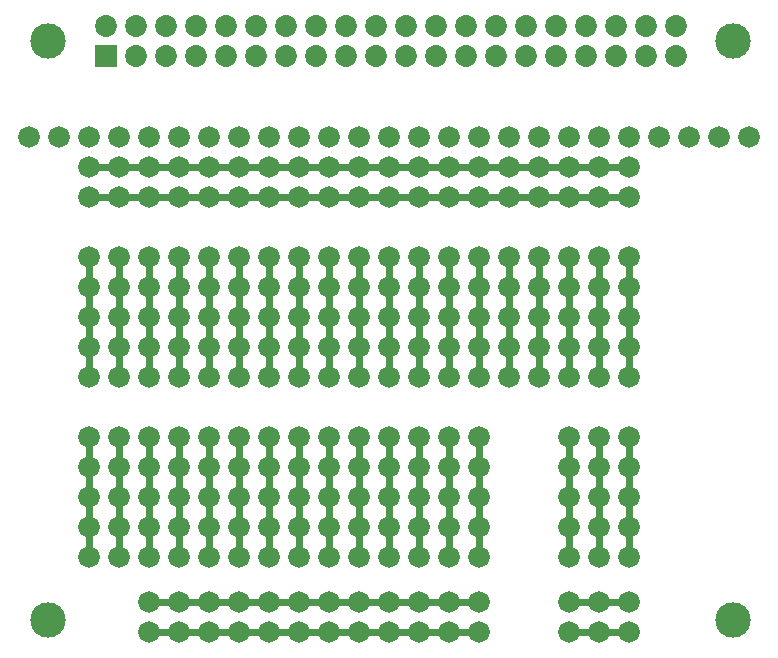
<source format=gbs>
G75*
%MOIN*%
%OFA0B0*%
%FSLAX24Y24*%
%IPPOS*%
%LPD*%
%AMOC8*
5,1,8,0,0,1.08239X$1,22.5*
%
%ADD10C,0.1182*%
%ADD11C,0.0240*%
%ADD12C,0.0730*%
%ADD13R,0.0730X0.0730*%
%ADD14C,0.0720*%
D10*
X001528Y008711D03*
X001528Y028003D03*
X024363Y028003D03*
X024363Y008711D03*
D11*
X020900Y008333D02*
X018900Y008333D01*
X018900Y009333D02*
X020900Y009333D01*
X020900Y010833D02*
X020900Y014833D01*
X019900Y014833D02*
X019900Y010833D01*
X018900Y010833D02*
X018900Y014833D01*
X018900Y016833D02*
X018900Y020833D01*
X017900Y020833D02*
X017900Y016833D01*
X016900Y016833D02*
X016900Y020833D01*
X015900Y020833D02*
X015900Y016833D01*
X014900Y016833D02*
X014900Y020833D01*
X013900Y020833D02*
X013900Y016833D01*
X012900Y016833D02*
X012900Y020833D01*
X011900Y020833D02*
X011900Y016833D01*
X010900Y016833D02*
X010900Y020833D01*
X009900Y020833D02*
X009900Y016833D01*
X008900Y016833D02*
X008900Y020833D01*
X007900Y020833D02*
X007900Y016833D01*
X006900Y016833D02*
X006900Y020833D01*
X005900Y020833D02*
X005900Y016833D01*
X004900Y016833D02*
X004900Y020833D01*
X003900Y020833D02*
X003900Y016833D01*
X002900Y016833D02*
X002900Y020833D01*
X002900Y022833D02*
X020900Y022833D01*
X020900Y023833D02*
X002900Y023833D01*
X002900Y014833D02*
X002900Y010833D01*
X003900Y010833D02*
X003900Y014833D01*
X004900Y014833D02*
X004900Y010833D01*
X005900Y010833D02*
X005900Y014833D01*
X006900Y014833D02*
X006900Y010833D01*
X007900Y010833D02*
X007900Y014833D01*
X008900Y014833D02*
X008900Y010833D01*
X009900Y010833D02*
X009900Y014833D01*
X010900Y014833D02*
X010900Y010833D01*
X011900Y010833D02*
X011900Y014833D01*
X012900Y014833D02*
X012900Y010833D01*
X013900Y010833D02*
X013900Y014833D01*
X014900Y014833D02*
X014900Y010833D01*
X015900Y010833D02*
X015900Y014833D01*
X019900Y016833D02*
X019900Y020833D01*
X020900Y020833D02*
X020900Y016833D01*
X015900Y009333D02*
X004900Y009333D01*
X004900Y008333D02*
X015900Y008333D01*
D12*
X015445Y027503D03*
X015445Y028503D03*
X014445Y028503D03*
X014445Y027503D03*
X013445Y027503D03*
X013445Y028503D03*
X012445Y028503D03*
X012445Y027503D03*
X011445Y027503D03*
X011445Y028503D03*
X010445Y028503D03*
X010445Y027503D03*
X009445Y027503D03*
X009445Y028503D03*
X008445Y028503D03*
X008445Y027503D03*
X007445Y027503D03*
X007445Y028503D03*
X006445Y028503D03*
X005445Y028503D03*
X005445Y027503D03*
X006445Y027503D03*
X004445Y027503D03*
X004445Y028503D03*
X003445Y028503D03*
X016445Y028503D03*
X016445Y027503D03*
X017445Y027503D03*
X017445Y028503D03*
X018445Y028503D03*
X018445Y027503D03*
X019445Y027503D03*
X019445Y028503D03*
X020445Y028503D03*
X020445Y027503D03*
X021445Y027503D03*
X021445Y028503D03*
X022445Y028503D03*
X022445Y027503D03*
D13*
X003445Y027503D03*
D14*
X004900Y008333D03*
X004900Y009333D03*
X005900Y009333D03*
X005900Y008333D03*
X006900Y008333D03*
X006900Y009333D03*
X007900Y009333D03*
X007900Y008333D03*
X008900Y008333D03*
X008900Y009333D03*
X009900Y009333D03*
X009900Y008333D03*
X010900Y008333D03*
X011900Y008333D03*
X011900Y009333D03*
X010900Y009333D03*
X010900Y010833D03*
X011900Y010833D03*
X012900Y010833D03*
X013900Y010833D03*
X014900Y010833D03*
X015900Y010833D03*
X015900Y011833D03*
X015900Y012833D03*
X015900Y013833D03*
X014900Y013833D03*
X014900Y012833D03*
X014900Y011833D03*
X013900Y011833D03*
X013900Y012833D03*
X013900Y013833D03*
X012900Y013833D03*
X012900Y012833D03*
X012900Y011833D03*
X011900Y011833D03*
X010900Y011833D03*
X010900Y012833D03*
X011900Y012833D03*
X011900Y013833D03*
X010900Y013833D03*
X009900Y013833D03*
X009900Y012833D03*
X009900Y011833D03*
X009900Y010833D03*
X008900Y010833D03*
X007900Y010833D03*
X006900Y010833D03*
X005900Y010833D03*
X004900Y010833D03*
X003900Y010833D03*
X002900Y010833D03*
X002900Y011833D03*
X002900Y012833D03*
X002900Y013833D03*
X003900Y013833D03*
X003900Y012833D03*
X003900Y011833D03*
X004900Y011833D03*
X004900Y012833D03*
X004900Y013833D03*
X005900Y013833D03*
X005900Y012833D03*
X005900Y011833D03*
X006900Y011833D03*
X006900Y012833D03*
X006900Y013833D03*
X007900Y013833D03*
X007900Y012833D03*
X007900Y011833D03*
X008900Y011833D03*
X008900Y012833D03*
X008900Y013833D03*
X008900Y014833D03*
X007900Y014833D03*
X006900Y014833D03*
X005900Y014833D03*
X004900Y014833D03*
X003900Y014833D03*
X002900Y014833D03*
X002900Y016833D03*
X002900Y017833D03*
X002900Y018833D03*
X003900Y018833D03*
X003900Y017833D03*
X003900Y016833D03*
X004900Y016833D03*
X004900Y017833D03*
X004900Y018833D03*
X005900Y018833D03*
X005900Y017833D03*
X005900Y016833D03*
X006900Y016833D03*
X006900Y017833D03*
X006900Y018833D03*
X007900Y018833D03*
X007900Y017833D03*
X007900Y016833D03*
X008900Y016833D03*
X008900Y017833D03*
X008900Y018833D03*
X009900Y018833D03*
X009900Y017833D03*
X009900Y016833D03*
X010900Y016833D03*
X011900Y016833D03*
X011900Y017833D03*
X010900Y017833D03*
X010900Y018833D03*
X011900Y018833D03*
X012900Y018833D03*
X012900Y017833D03*
X012900Y016833D03*
X013900Y016833D03*
X013900Y017833D03*
X013900Y018833D03*
X014900Y018833D03*
X014900Y017833D03*
X014900Y016833D03*
X015900Y016833D03*
X015900Y017833D03*
X015900Y018833D03*
X016900Y018833D03*
X016900Y017833D03*
X016900Y016833D03*
X017900Y016833D03*
X018900Y016833D03*
X018900Y017833D03*
X017900Y017833D03*
X017900Y018833D03*
X018900Y018833D03*
X019900Y018833D03*
X019900Y017833D03*
X019900Y016833D03*
X020900Y016833D03*
X020900Y017833D03*
X020900Y018833D03*
X020900Y019833D03*
X020900Y020833D03*
X019900Y020833D03*
X019900Y019833D03*
X018900Y019833D03*
X017900Y019833D03*
X017900Y020833D03*
X018900Y020833D03*
X016900Y020833D03*
X016900Y019833D03*
X015900Y019833D03*
X015900Y020833D03*
X014900Y020833D03*
X014900Y019833D03*
X013900Y019833D03*
X013900Y020833D03*
X012900Y020833D03*
X012900Y019833D03*
X011900Y019833D03*
X010900Y019833D03*
X010900Y020833D03*
X011900Y020833D03*
X009900Y020833D03*
X009900Y019833D03*
X008900Y019833D03*
X008900Y020833D03*
X007900Y020833D03*
X007900Y019833D03*
X006900Y019833D03*
X006900Y020833D03*
X005900Y020833D03*
X005900Y019833D03*
X004900Y019833D03*
X003900Y019833D03*
X003900Y020833D03*
X004900Y020833D03*
X002900Y020833D03*
X002900Y019833D03*
X002900Y022833D03*
X002900Y023833D03*
X003900Y023833D03*
X003900Y022833D03*
X004900Y022833D03*
X004900Y023833D03*
X005900Y023833D03*
X005900Y022833D03*
X006900Y022833D03*
X006900Y023833D03*
X007900Y023833D03*
X007900Y022833D03*
X008900Y022833D03*
X008900Y023833D03*
X009900Y023833D03*
X009900Y022833D03*
X010900Y022833D03*
X011900Y022833D03*
X011900Y023833D03*
X010900Y023833D03*
X010900Y024833D03*
X011900Y024833D03*
X012900Y024833D03*
X012900Y023833D03*
X012900Y022833D03*
X013900Y022833D03*
X013900Y023833D03*
X014900Y023833D03*
X014900Y022833D03*
X015900Y022833D03*
X015900Y023833D03*
X016900Y023833D03*
X016900Y022833D03*
X017900Y022833D03*
X018900Y022833D03*
X018900Y023833D03*
X017900Y023833D03*
X017900Y024833D03*
X018900Y024833D03*
X019900Y024833D03*
X019900Y023833D03*
X019900Y022833D03*
X020900Y022833D03*
X020900Y023833D03*
X020900Y024833D03*
X021900Y024833D03*
X022900Y024833D03*
X023900Y024833D03*
X024900Y024833D03*
X016900Y024833D03*
X015900Y024833D03*
X014900Y024833D03*
X013900Y024833D03*
X009900Y024833D03*
X008900Y024833D03*
X007900Y024833D03*
X006900Y024833D03*
X005900Y024833D03*
X004900Y024833D03*
X003900Y024833D03*
X002900Y024833D03*
X001900Y024833D03*
X000900Y024833D03*
X009900Y014833D03*
X010900Y014833D03*
X011900Y014833D03*
X012900Y014833D03*
X013900Y014833D03*
X014900Y014833D03*
X015900Y014833D03*
X018900Y014833D03*
X018900Y013833D03*
X018900Y012833D03*
X018900Y011833D03*
X018900Y010833D03*
X019900Y010833D03*
X020900Y010833D03*
X020900Y011833D03*
X020900Y012833D03*
X020900Y013833D03*
X019900Y013833D03*
X019900Y012833D03*
X019900Y011833D03*
X019900Y009333D03*
X019900Y008333D03*
X018900Y008333D03*
X018900Y009333D03*
X020900Y009333D03*
X020900Y008333D03*
X015900Y008333D03*
X015900Y009333D03*
X014900Y009333D03*
X014900Y008333D03*
X013900Y008333D03*
X013900Y009333D03*
X012900Y009333D03*
X012900Y008333D03*
X019900Y014833D03*
X020900Y014833D03*
M02*

</source>
